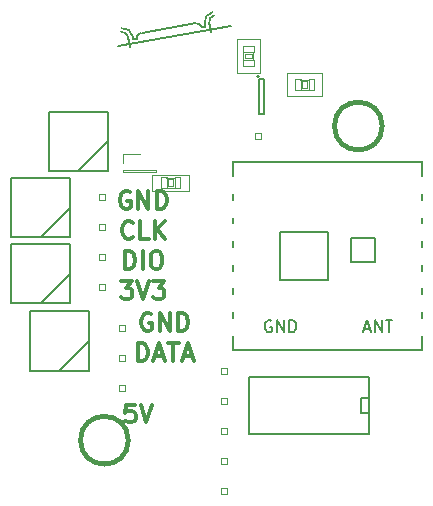
<source format=gbr>
G04 #@! TF.FileFunction,Legend,Top*
%FSLAX46Y46*%
G04 Gerber Fmt 4.6, Leading zero omitted, Abs format (unit mm)*
G04 Created by KiCad (PCBNEW 4.0.6+dfsg1-1) date Sat Jan 27 12:23:12 2018*
%MOMM*%
%LPD*%
G01*
G04 APERTURE LIST*
%ADD10C,0.100000*%
%ADD11C,0.300000*%
%ADD12C,0.066040*%
%ADD13C,0.150000*%
%ADD14C,0.127000*%
%ADD15C,0.050800*%
%ADD16C,0.101600*%
%ADD17C,0.450000*%
%ADD18C,0.203200*%
%ADD19C,0.120000*%
G04 APERTURE END LIST*
D10*
D11*
X153264287Y-74978571D02*
X152550001Y-74978571D01*
X152478572Y-75692857D01*
X152550001Y-75621429D01*
X152692858Y-75550000D01*
X153050001Y-75550000D01*
X153192858Y-75621429D01*
X153264287Y-75692857D01*
X153335715Y-75835714D01*
X153335715Y-76192857D01*
X153264287Y-76335714D01*
X153192858Y-76407143D01*
X153050001Y-76478571D01*
X152692858Y-76478571D01*
X152550001Y-76407143D01*
X152478572Y-76335714D01*
X153764286Y-74978571D02*
X154264286Y-76478571D01*
X154764286Y-74978571D01*
X154657143Y-67325000D02*
X154514286Y-67253571D01*
X154300000Y-67253571D01*
X154085715Y-67325000D01*
X153942857Y-67467857D01*
X153871429Y-67610714D01*
X153800000Y-67896429D01*
X153800000Y-68110714D01*
X153871429Y-68396429D01*
X153942857Y-68539286D01*
X154085715Y-68682143D01*
X154300000Y-68753571D01*
X154442857Y-68753571D01*
X154657143Y-68682143D01*
X154728572Y-68610714D01*
X154728572Y-68110714D01*
X154442857Y-68110714D01*
X155371429Y-68753571D02*
X155371429Y-67253571D01*
X156228572Y-68753571D01*
X156228572Y-67253571D01*
X156942858Y-68753571D02*
X156942858Y-67253571D01*
X157300001Y-67253571D01*
X157514286Y-67325000D01*
X157657144Y-67467857D01*
X157728572Y-67610714D01*
X157800001Y-67896429D01*
X157800001Y-68110714D01*
X157728572Y-68396429D01*
X157657144Y-68539286D01*
X157514286Y-68682143D01*
X157300001Y-68753571D01*
X156942858Y-68753571D01*
X153550001Y-71303571D02*
X153550001Y-69803571D01*
X153907144Y-69803571D01*
X154121429Y-69875000D01*
X154264287Y-70017857D01*
X154335715Y-70160714D01*
X154407144Y-70446429D01*
X154407144Y-70660714D01*
X154335715Y-70946429D01*
X154264287Y-71089286D01*
X154121429Y-71232143D01*
X153907144Y-71303571D01*
X153550001Y-71303571D01*
X154978572Y-70875000D02*
X155692858Y-70875000D01*
X154835715Y-71303571D02*
X155335715Y-69803571D01*
X155835715Y-71303571D01*
X156121429Y-69803571D02*
X156978572Y-69803571D01*
X156550001Y-71303571D02*
X156550001Y-69803571D01*
X157407143Y-70875000D02*
X158121429Y-70875000D01*
X157264286Y-71303571D02*
X157764286Y-69803571D01*
X158264286Y-71303571D01*
X152857143Y-56975000D02*
X152714286Y-56903571D01*
X152500000Y-56903571D01*
X152285715Y-56975000D01*
X152142857Y-57117857D01*
X152071429Y-57260714D01*
X152000000Y-57546429D01*
X152000000Y-57760714D01*
X152071429Y-58046429D01*
X152142857Y-58189286D01*
X152285715Y-58332143D01*
X152500000Y-58403571D01*
X152642857Y-58403571D01*
X152857143Y-58332143D01*
X152928572Y-58260714D01*
X152928572Y-57760714D01*
X152642857Y-57760714D01*
X153571429Y-58403571D02*
X153571429Y-56903571D01*
X154428572Y-58403571D01*
X154428572Y-56903571D01*
X155142858Y-58403571D02*
X155142858Y-56903571D01*
X155500001Y-56903571D01*
X155714286Y-56975000D01*
X155857144Y-57117857D01*
X155928572Y-57260714D01*
X156000001Y-57546429D01*
X156000001Y-57760714D01*
X155928572Y-58046429D01*
X155857144Y-58189286D01*
X155714286Y-58332143D01*
X155500001Y-58403571D01*
X155142858Y-58403571D01*
X153107143Y-60810714D02*
X153035714Y-60882143D01*
X152821428Y-60953571D01*
X152678571Y-60953571D01*
X152464286Y-60882143D01*
X152321428Y-60739286D01*
X152250000Y-60596429D01*
X152178571Y-60310714D01*
X152178571Y-60096429D01*
X152250000Y-59810714D01*
X152321428Y-59667857D01*
X152464286Y-59525000D01*
X152678571Y-59453571D01*
X152821428Y-59453571D01*
X153035714Y-59525000D01*
X153107143Y-59596429D01*
X154464286Y-60953571D02*
X153750000Y-60953571D01*
X153750000Y-59453571D01*
X154964286Y-60953571D02*
X154964286Y-59453571D01*
X155821429Y-60953571D02*
X155178572Y-60096429D01*
X155821429Y-59453571D02*
X154964286Y-60310714D01*
X152464286Y-63503571D02*
X152464286Y-62003571D01*
X152821429Y-62003571D01*
X153035714Y-62075000D01*
X153178572Y-62217857D01*
X153250000Y-62360714D01*
X153321429Y-62646429D01*
X153321429Y-62860714D01*
X153250000Y-63146429D01*
X153178572Y-63289286D01*
X153035714Y-63432143D01*
X152821429Y-63503571D01*
X152464286Y-63503571D01*
X153964286Y-63503571D02*
X153964286Y-62003571D01*
X154964286Y-62003571D02*
X155250000Y-62003571D01*
X155392858Y-62075000D01*
X155535715Y-62217857D01*
X155607143Y-62503571D01*
X155607143Y-63003571D01*
X155535715Y-63289286D01*
X155392858Y-63432143D01*
X155250000Y-63503571D01*
X154964286Y-63503571D01*
X154821429Y-63432143D01*
X154678572Y-63289286D01*
X154607143Y-63003571D01*
X154607143Y-62503571D01*
X154678572Y-62217857D01*
X154821429Y-62075000D01*
X154964286Y-62003571D01*
X152142858Y-64553571D02*
X153071429Y-64553571D01*
X152571429Y-65125000D01*
X152785715Y-65125000D01*
X152928572Y-65196429D01*
X153000001Y-65267857D01*
X153071429Y-65410714D01*
X153071429Y-65767857D01*
X153000001Y-65910714D01*
X152928572Y-65982143D01*
X152785715Y-66053571D01*
X152357143Y-66053571D01*
X152214286Y-65982143D01*
X152142858Y-65910714D01*
X153500000Y-64553571D02*
X154000000Y-66053571D01*
X154500000Y-64553571D01*
X154857143Y-64553571D02*
X155785714Y-64553571D01*
X155285714Y-65125000D01*
X155500000Y-65125000D01*
X155642857Y-65196429D01*
X155714286Y-65267857D01*
X155785714Y-65410714D01*
X155785714Y-65767857D01*
X155714286Y-65910714D01*
X155642857Y-65982143D01*
X155500000Y-66053571D01*
X155071428Y-66053571D01*
X154928571Y-65982143D01*
X154857143Y-65910714D01*
D12*
X152454000Y-68774000D02*
X152454000Y-68266000D01*
X152454000Y-68266000D02*
X151946000Y-68266000D01*
X151946000Y-68774000D02*
X151946000Y-68266000D01*
X152454000Y-68774000D02*
X151946000Y-68774000D01*
X152454000Y-71314000D02*
X152454000Y-70806000D01*
X152454000Y-70806000D02*
X151946000Y-70806000D01*
X151946000Y-71314000D02*
X151946000Y-70806000D01*
X152454000Y-71314000D02*
X151946000Y-71314000D01*
X152454000Y-73854000D02*
X152454000Y-73346000D01*
X152454000Y-73346000D02*
X151946000Y-73346000D01*
X151946000Y-73854000D02*
X151946000Y-73346000D01*
X152454000Y-73854000D02*
X151946000Y-73854000D01*
X160546000Y-82006000D02*
X160546000Y-82514000D01*
X160546000Y-82514000D02*
X161054000Y-82514000D01*
X161054000Y-82006000D02*
X161054000Y-82514000D01*
X160546000Y-82006000D02*
X161054000Y-82006000D01*
X160546000Y-79466000D02*
X160546000Y-79974000D01*
X160546000Y-79974000D02*
X161054000Y-79974000D01*
X161054000Y-79466000D02*
X161054000Y-79974000D01*
X160546000Y-79466000D02*
X161054000Y-79466000D01*
X160546000Y-76926000D02*
X160546000Y-77434000D01*
X160546000Y-77434000D02*
X161054000Y-77434000D01*
X161054000Y-76926000D02*
X161054000Y-77434000D01*
X160546000Y-76926000D02*
X161054000Y-76926000D01*
X160546000Y-74386000D02*
X160546000Y-74894000D01*
X160546000Y-74894000D02*
X161054000Y-74894000D01*
X161054000Y-74386000D02*
X161054000Y-74894000D01*
X160546000Y-74386000D02*
X161054000Y-74386000D01*
X160546000Y-71846000D02*
X160546000Y-72354000D01*
X160546000Y-72354000D02*
X161054000Y-72354000D01*
X161054000Y-71846000D02*
X161054000Y-72354000D01*
X160546000Y-71846000D02*
X161054000Y-71846000D01*
D13*
X162920000Y-77486000D02*
X162920000Y-72660000D01*
X162920000Y-72660000D02*
X173080000Y-72660000D01*
X173080000Y-72660000D02*
X173080000Y-77486000D01*
X173080000Y-77486000D02*
X162920000Y-77486000D01*
X173080000Y-75708000D02*
X172445000Y-75708000D01*
X172445000Y-75708000D02*
X172445000Y-74438000D01*
X172445000Y-74438000D02*
X173080000Y-74438000D01*
D14*
X159729767Y-43461222D02*
X159582166Y-42624135D01*
X159582166Y-42624135D02*
X159573484Y-42574895D01*
X152836113Y-44676759D02*
X152679829Y-43790432D01*
X161418451Y-42960376D02*
X151816575Y-44653446D01*
X159582166Y-42624135D02*
G75*
G02X159987746Y-42044907I492404J86824D01*
G01*
X159837171Y-41766830D02*
G75*
G03X159188243Y-42693594I138918J-787846D01*
G01*
X159188243Y-42693594D02*
X159240337Y-42989037D01*
X159240337Y-42989037D02*
X158944895Y-43041131D01*
X158944895Y-43041131D02*
G75*
G03X158481513Y-42716667I-393923J-69459D01*
G01*
X152836113Y-44676759D02*
X152688512Y-43839672D01*
X152688512Y-43839672D02*
X152679829Y-43790432D01*
X152688511Y-43839672D02*
G75*
G03X152109284Y-43434093I-492403J-86824D01*
G01*
X152155670Y-43121286D02*
G75*
G02X153082435Y-43770213I138919J-787846D01*
G01*
X153082435Y-43770213D02*
X153134529Y-44065655D01*
X153134529Y-44065655D02*
X153429972Y-44013561D01*
X153429972Y-44013562D02*
G75*
G02X153754435Y-43550179I393923J69460D01*
G01*
X158481513Y-42716667D02*
X153852916Y-43532814D01*
D12*
X162408020Y-44621566D02*
X162408020Y-45121946D01*
X162408020Y-45121946D02*
X163357980Y-45121946D01*
X163357980Y-44621566D02*
X163357980Y-45121946D01*
X162408020Y-44621566D02*
X163357980Y-44621566D01*
X162408020Y-45789966D02*
X162408020Y-46287806D01*
X162408020Y-46287806D02*
X163357980Y-46287806D01*
X163357980Y-45789966D02*
X163357980Y-46287806D01*
X162408020Y-45789966D02*
X163357980Y-45789966D01*
X162578200Y-45261646D02*
X162578200Y-45657886D01*
X162578200Y-45657886D02*
X163177640Y-45657886D01*
X163177640Y-45261646D02*
X163177640Y-45657886D01*
X162578200Y-45261646D02*
X163177640Y-45261646D01*
D15*
X163860900Y-43989106D02*
X163860900Y-46930426D01*
X163860900Y-46930426D02*
X161894940Y-46930426D01*
X161894940Y-46930426D02*
X161894940Y-43989106D01*
X161894940Y-43989106D02*
X163860900Y-43989106D01*
D16*
X163309720Y-45104166D02*
X163309720Y-45815366D01*
X162461360Y-45104166D02*
X162461360Y-45815366D01*
D12*
X168486560Y-47430100D02*
X167986180Y-47430100D01*
X167986180Y-47430100D02*
X167986180Y-48380060D01*
X168486560Y-48380060D02*
X167986180Y-48380060D01*
X168486560Y-47430100D02*
X168486560Y-48380060D01*
X167318160Y-47430100D02*
X166820320Y-47430100D01*
X166820320Y-47430100D02*
X166820320Y-48380060D01*
X167318160Y-48380060D02*
X166820320Y-48380060D01*
X167318160Y-47430100D02*
X167318160Y-48380060D01*
X167846480Y-47600280D02*
X167450240Y-47600280D01*
X167450240Y-47600280D02*
X167450240Y-48199720D01*
X167846480Y-48199720D02*
X167450240Y-48199720D01*
X167846480Y-47600280D02*
X167846480Y-48199720D01*
D15*
X169119020Y-48882980D02*
X166177700Y-48882980D01*
X166177700Y-48882980D02*
X166177700Y-46917020D01*
X166177700Y-46917020D02*
X169119020Y-46917020D01*
X169119020Y-46917020D02*
X169119020Y-48882980D01*
D16*
X168003960Y-48331800D02*
X167292760Y-48331800D01*
X168003960Y-47483440D02*
X167292760Y-47483440D01*
D12*
X150754000Y-57634000D02*
X150754000Y-57126000D01*
X150754000Y-57126000D02*
X150246000Y-57126000D01*
X150246000Y-57634000D02*
X150246000Y-57126000D01*
X150754000Y-57634000D02*
X150246000Y-57634000D01*
X150754000Y-60174000D02*
X150754000Y-59666000D01*
X150754000Y-59666000D02*
X150246000Y-59666000D01*
X150246000Y-60174000D02*
X150246000Y-59666000D01*
X150754000Y-60174000D02*
X150246000Y-60174000D01*
X150754000Y-62714000D02*
X150754000Y-62206000D01*
X150754000Y-62206000D02*
X150246000Y-62206000D01*
X150246000Y-62714000D02*
X150246000Y-62206000D01*
X150754000Y-62714000D02*
X150246000Y-62714000D01*
X150754000Y-65254000D02*
X150754000Y-64746000D01*
X150754000Y-64746000D02*
X150246000Y-64746000D01*
X150246000Y-65254000D02*
X150246000Y-64746000D01*
X150754000Y-65254000D02*
X150246000Y-65254000D01*
X163446000Y-52454000D02*
X163954000Y-52454000D01*
X163954000Y-52454000D02*
X163954000Y-51946000D01*
X163446000Y-51946000D02*
X163954000Y-51946000D01*
X163446000Y-52454000D02*
X163446000Y-51946000D01*
X157138200Y-55730100D02*
X156637820Y-55730100D01*
X156637820Y-55730100D02*
X156637820Y-56680060D01*
X157138200Y-56680060D02*
X156637820Y-56680060D01*
X157138200Y-55730100D02*
X157138200Y-56680060D01*
X155969800Y-55730100D02*
X155471960Y-55730100D01*
X155471960Y-55730100D02*
X155471960Y-56680060D01*
X155969800Y-56680060D02*
X155471960Y-56680060D01*
X155969800Y-55730100D02*
X155969800Y-56680060D01*
X156498120Y-55900280D02*
X156101880Y-55900280D01*
X156101880Y-55900280D02*
X156101880Y-56499720D01*
X156498120Y-56499720D02*
X156101880Y-56499720D01*
X156498120Y-55900280D02*
X156498120Y-56499720D01*
D16*
X156655600Y-56631800D02*
X155944400Y-56631800D01*
X156655600Y-55783440D02*
X155944400Y-55783440D01*
D15*
X157900200Y-56885800D02*
X154699800Y-56885800D01*
X154699800Y-56885800D02*
X154699800Y-55514200D01*
X154699800Y-55514200D02*
X157900200Y-55514200D01*
X157900200Y-55514200D02*
X157900200Y-56885800D01*
D13*
X163800000Y-47200000D02*
G75*
G03X163800000Y-47200000I-100000J0D01*
G01*
X164250000Y-47450000D02*
X163750000Y-47450000D01*
X164250000Y-50350000D02*
X164250000Y-47450000D01*
X163750000Y-50350000D02*
X164250000Y-50350000D01*
X163750000Y-47450000D02*
X163750000Y-50350000D01*
D17*
X152724253Y-78000000D02*
G75*
G03X152724253Y-78000000I-2024253J0D01*
G01*
X174224253Y-51400000D02*
G75*
G03X174224253Y-51400000I-2024253J0D01*
G01*
D14*
X146000640Y-50200640D02*
X146000640Y-55199360D01*
X146000640Y-55199360D02*
X150999360Y-55199360D01*
X150999360Y-55199360D02*
X150999360Y-50200640D01*
X150999360Y-50200640D02*
X146000640Y-50200640D01*
D18*
X151000000Y-52700000D02*
X148500000Y-55200000D01*
D14*
X142800640Y-55800640D02*
X142800640Y-60799360D01*
X142800640Y-60799360D02*
X147799360Y-60799360D01*
X147799360Y-60799360D02*
X147799360Y-55800640D01*
X147799360Y-55800640D02*
X142800640Y-55800640D01*
D18*
X147800000Y-58300000D02*
X145300000Y-60800000D01*
D14*
X142800640Y-61400640D02*
X142800640Y-66399360D01*
X142800640Y-66399360D02*
X147799360Y-66399360D01*
X147799360Y-66399360D02*
X147799360Y-61400640D01*
X147799360Y-61400640D02*
X142800640Y-61400640D01*
D18*
X147800000Y-63900000D02*
X145300000Y-66400000D01*
D14*
X144400640Y-67100640D02*
X144400640Y-72099360D01*
X144400640Y-72099360D02*
X149399360Y-72099360D01*
X149399360Y-72099360D02*
X149399360Y-67100640D01*
X149399360Y-67100640D02*
X144400640Y-67100640D01*
D18*
X149400000Y-69600000D02*
X146900000Y-72100000D01*
D13*
X161600000Y-55650000D02*
X161600000Y-54400000D01*
X161600000Y-57650000D02*
X161600000Y-57150000D01*
X161600000Y-59650000D02*
X161600000Y-59150000D01*
X161600000Y-61650000D02*
X161600000Y-61150000D01*
X161600000Y-63650000D02*
X161600000Y-63150000D01*
X161600000Y-65650000D02*
X161600000Y-65150000D01*
X161600000Y-67650000D02*
X161600000Y-67150000D01*
X161600000Y-70400000D02*
X161600000Y-69150000D01*
X177600000Y-69150000D02*
X177600000Y-70400000D01*
X177600000Y-67150000D02*
X177600000Y-67650000D01*
X177600000Y-65150000D02*
X177600000Y-65650000D01*
X177600000Y-63150000D02*
X177600000Y-63650000D01*
X177600000Y-61150000D02*
X177600000Y-61650000D01*
X177600000Y-59150000D02*
X177600000Y-59650000D01*
X177600000Y-57150000D02*
X177600000Y-57650000D01*
X177600000Y-54400000D02*
X177600000Y-55650000D01*
D18*
X161601540Y-54401540D02*
X177598460Y-54401540D01*
X177598460Y-70398460D02*
X161601540Y-70398460D01*
X165602040Y-60401020D02*
X165602040Y-64398980D01*
X165602040Y-64398980D02*
X169600000Y-64398980D01*
X169600000Y-64398980D02*
X169600000Y-60401020D01*
X169600000Y-60401020D02*
X165602040Y-60401020D01*
X171598980Y-62897840D02*
X171598980Y-60901400D01*
X173597960Y-60901400D02*
X171598980Y-60901400D01*
X173597960Y-62897840D02*
X173597960Y-60901400D01*
X173597960Y-62897840D02*
X171598980Y-62897840D01*
D19*
X152310000Y-55135000D02*
X152310000Y-55255000D01*
X152310000Y-55255000D02*
X155090000Y-55255000D01*
X155090000Y-55255000D02*
X155090000Y-55135000D01*
X155090000Y-55135000D02*
X152310000Y-55135000D01*
X152310000Y-54500000D02*
X152310000Y-53745000D01*
X152310000Y-53745000D02*
X153700000Y-53745000D01*
D13*
X172707143Y-68566667D02*
X173183334Y-68566667D01*
X172611905Y-68852381D02*
X172945238Y-67852381D01*
X173278572Y-68852381D01*
X173611905Y-68852381D02*
X173611905Y-67852381D01*
X174183334Y-68852381D01*
X174183334Y-67852381D01*
X174516667Y-67852381D02*
X175088096Y-67852381D01*
X174802381Y-68852381D02*
X174802381Y-67852381D01*
X164838096Y-67900000D02*
X164742858Y-67852381D01*
X164600001Y-67852381D01*
X164457143Y-67900000D01*
X164361905Y-67995238D01*
X164314286Y-68090476D01*
X164266667Y-68280952D01*
X164266667Y-68423810D01*
X164314286Y-68614286D01*
X164361905Y-68709524D01*
X164457143Y-68804762D01*
X164600001Y-68852381D01*
X164695239Y-68852381D01*
X164838096Y-68804762D01*
X164885715Y-68757143D01*
X164885715Y-68423810D01*
X164695239Y-68423810D01*
X165314286Y-68852381D02*
X165314286Y-67852381D01*
X165885715Y-68852381D01*
X165885715Y-67852381D01*
X166361905Y-68852381D02*
X166361905Y-67852381D01*
X166600000Y-67852381D01*
X166742858Y-67900000D01*
X166838096Y-67995238D01*
X166885715Y-68090476D01*
X166933334Y-68280952D01*
X166933334Y-68423810D01*
X166885715Y-68614286D01*
X166838096Y-68709524D01*
X166742858Y-68804762D01*
X166600000Y-68852381D01*
X166361905Y-68852381D01*
M02*

</source>
